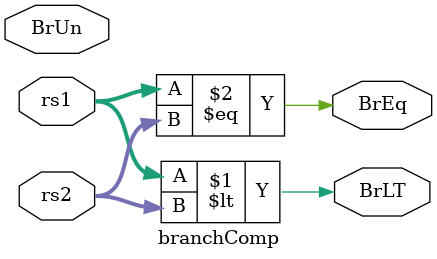
<source format=v>
module branchComp(rs1, rs2, BrUn, BrLT, BrEq);
input [31:0] rs1, rs2;
input BrUn;
output BrLT, BrEq;

assign BrLT = rs1 < rs2;
assign BrEq = rs1 == rs2;

endmodule
</source>
